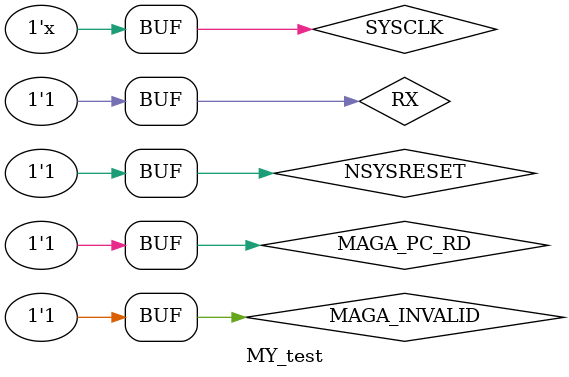
<source format=v>

`timescale 1ns/100ps

module MY_test;

parameter SYSCLK_PERIOD = 20;// 50MHZ

reg SYSCLK;
reg NSYSRESET;
reg MAGA_INVALID = 1'b1;
reg RX;
wire MAGA_PC_RD;
wire MAGA_EN,MAGA_PC_TD,GD,TX,my_TX;
wire [7:0]DATA_OUT;

assign MAGA_PC_RD = RX;
initial
begin
    SYSCLK = 1'b0;
    NSYSRESET = 1'b0;
end

//////////////////////////////////////////////////////////////////////
// Reset Pulse
//////////////////////////////////////////////////////////////////////
initial
begin
        RX <= 1;
    #(SYSCLK_PERIOD * 5208 )
        RX <= 0;
    #(SYSCLK_PERIOD * 5208 )
        RX <= 1;
    #(SYSCLK_PERIOD * 5208 )
        RX <= 0;
    #(SYSCLK_PERIOD * 5208 )
        RX <= 0;
    #(SYSCLK_PERIOD * 5208 )
        RX <= 0;
    #(SYSCLK_PERIOD * 5208 )
        RX <= 0;
    #(SYSCLK_PERIOD * 5208 )
        RX <= 0;
    #(SYSCLK_PERIOD * 5208 )
        RX <= 1;
    #(SYSCLK_PERIOD * 5208 )
        RX <= 0;
    #(SYSCLK_PERIOD * 5208 )
        RX <= 1;
end


//////////////////////////////////////////////////////////////////////
// Clock Driver
//////////////////////////////////////////////////////////////////////
always @(SYSCLK)
    #(SYSCLK_PERIOD / 2.0) SYSCLK <= !SYSCLK;


initial
begin
    #(SYSCLK_PERIOD * 10 )
        NSYSRESET = 1'b1;
end

//////////////////////////////////////////////////////////////////////
// Instantiate Unit Under Test:  Top
//////////////////////////////////////////////////////////////////////
Top Top_0 (
    // Inputs
    .CLK(SYSCLK),
    .RESETN(NSYSRESET),
    .MAGA_FLT({1{1'b0}}),
    .MAGA_INVALID(MAGA_INVALID),
    .MAGA_READY({1{1'b1}}),
    .MAGA_PC_RD(MAGA_PC_RD),
    .RX(RX),

    // Outputs
    .MAGA_EN(MAGA_EN),
    .MAGA_PC_TD(MAGA_PC_TD),
    .GD(GD),
    .TX(TX),
    .my_TX(my_TX),
    .DATA_OUT(DATA_OUT)
    // Inouts

);

endmodule


</source>
